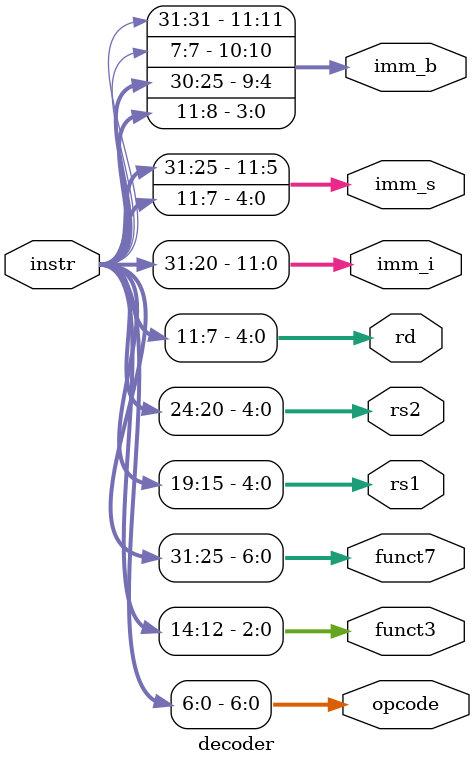
<source format=sv>
`ifndef __DECODER_SV
`define __DECODER_SV

`include "types.sv"

module decoder(
  input wire [31:0] instr,
  output wire [6:0] opcode,
  output wire [2:0] funct3,
  output wire [6:0] funct7,
  output wire [4:0] rs1,
  output wire [4:0] rs2,
  output wire [4:0] rd,
  output wire [11:0] imm_i,
  output wire [11:0] imm_s,
  output wire [12:1] imm_b
);
  assign opcode = instr[6:0];
  assign funct3 = instr[14:12];
  assign funct7 = instr[31:25];
  assign rs1 = instr[19:15];
  assign rs2 = instr[24:20];
  assign rd = instr[11:7];
  assign imm_i = instr[31:20];
  assign imm_s = {instr[31:25], instr[11:7]};
  assign imm_b = {instr[31], instr[7], instr[30:25], instr[11:8]};
endmodule

`endif

</source>
